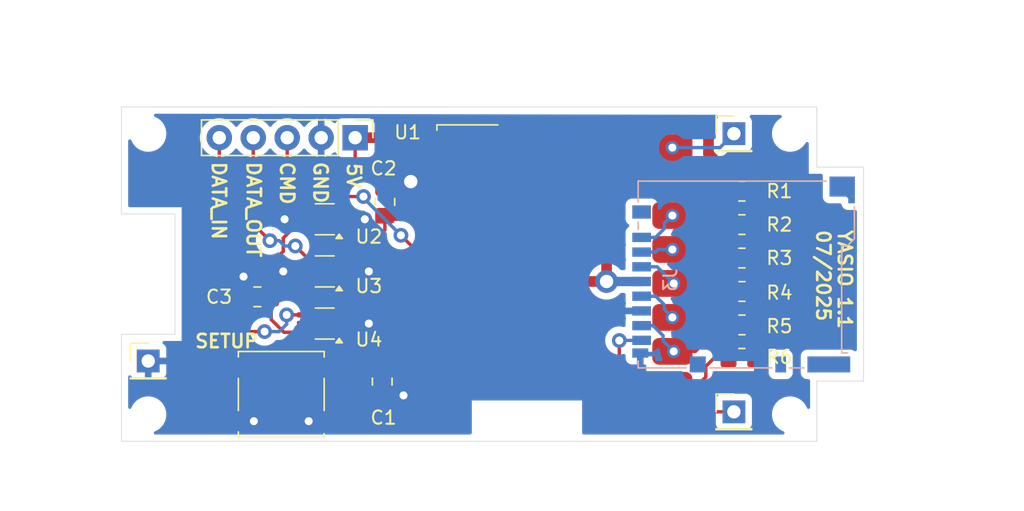
<source format=kicad_pcb>
(kicad_pcb (version 20241229) (generator "pcbnew") (generator_version "9.0")
  (layers (0 "F.Cu" signal) (2 "B.Cu" signal) (13 "F.Paste" user) (15 "B.Paste" user) (5 "F.SilkS" user "F.Silkscreen") (7 "B.SilkS" user "B.Silkscreen") (1 "F.Mask" user) (3 "B.Mask" user) (25 "Edge.Cuts" user))
  (net 0 "")
  (net 1 "+5V")
  (net 2 "Net-(J2-Pin_1)")
  (net 3 "Net-(J4-Pin_1)")
  (net 4 "GND")
  (net 7 "SETUP_EN")
  (net 8 "/5V_DATA_IN")
  (net 9 "/5V_CMD")
  (net 10 "/5V_DATA_OUT")
  (net 11 "CLK")
  (net 12 "DAT2")
  (net 13 "+3.3V")
  (net 14 "DAT1")
  (net 15 "DAT0")
  (net 16 "DAT3")
  (net 17 "CMD")
  (net 18 "SIO_DATA_IN")
  (net 19 "SIO_DATA_OUT")
  (net 20 "SIO_CMD")
  (footprint "Resistor_SMD:R_0805_2012Metric_Pad1.20x1.40mm_HandSolder" (layer "F.Cu") (at 146.4 116.3)
    (property "Reference" "R5" (at 2.8 0.1 0) (layer "F.SilkS"))
    (property "Value" "10k")
    (fp_line (start -0.227064 -0.735) (end 0.227064 -0.735) (stroke (width 0.12)) (layer "F.SilkS"))
    (fp_line (start -0.227064 0.735) (end 0.227064 0.735) (stroke (width 0.12)) (layer "F.SilkS"))
    (pad "1" smd roundrect (at -1 0) (size 1.2 1.4) (layers "F.Cu" "F.Mask" "F.Paste") (roundrect_rratio 0.208333) (net 15 "DAT0"))
    (pad "2" smd roundrect (at 1 0) (size 1.2 1.4) (layers "F.Cu" "F.Mask" "F.Paste") (roundrect_rratio 0.208333) (net 13 "+3.3V"))
  )
  (footprint "Package_TO_SOT_SMD:SOT-363_SC-70-6_Handsoldering" (layer "F.Cu") (at 115.2 108.4 180)
    (property "Reference" "U2" (at -3.3 -1.3 0) (layer "F.SilkS"))
    (property "Value" "74LVC1T45DW")
    (fp_line (start -0.7 1.16) (end 0.7 1.16) (stroke (width 0.12)) (layer "F.SilkS"))
    (fp_line (start -0.71 -1.16) (end 0.7 -1.16) (stroke (width 0.12)) (layer "F.SilkS"))
    (fp_poly (pts (xy -1.08 -1.11) (xy -1.32 -1.44) (xy -0.84 -1.44) (xy -1.08 -1.11)) (stroke (width 0.12)) (fill yes) (layer "F.SilkS"))
    (pad "1" smd roundrect (at -1.33 -0.65 180) (size 1.5 0.4) (layers "F.Cu" "F.Mask" "F.Paste") (net 13 "+3.3V"))
    (pad "2" smd roundrect (at -1.33 0 180) (size 1.5 0.4) (layers "F.Cu" "F.Mask" "F.Paste") (net 4 "GND"))
    (pad "3" smd roundrect (at -1.33 0.65 180) (size 1.5 0.4) (layers "F.Cu" "F.Mask" "F.Paste") (net 20 "SIO_CMD"))
    (pad "4" smd roundrect (at 1.33 0.65 180) (size 1.5 0.4) (layers "F.Cu" "F.Mask" "F.Paste") (net 9 "/5V_CMD"))
    (pad "5" smd roundrect (at 1.33 0 180) (size 1.5 0.4) (layers "F.Cu" "F.Mask" "F.Paste") (net 4 "GND"))
    (pad "6" smd roundrect (at 1.33 -0.65 180) (size 1.5 0.4) (layers "F.Cu" "F.Mask" "F.Paste") (net 1 "+5V"))
  )
  (footprint "Fiducial:Fiducial_0.75mm_Mask1.5mm" (layer "F.Cu") (at 105.6 115.7)
    (property "Reference" "FID3" (hide yes))
    (property "Value" "Fiducial")
    (pad "" smd circle (at 0 0) (size 0.75 0.75) (layers "F.Cu" "F.Mask") (clearance 0.375))
  )
  (footprint "Resistor_SMD:R_0805_2012Metric_Pad1.20x1.40mm_HandSolder" (layer "F.Cu") (at 146.4 106.3)
    (property "Reference" "R1" (at 2.8 0 0) (layer "F.SilkS"))
    (property "Value" "10k")
    (fp_line (start -0.227064 -0.735) (end 0.227064 -0.735) (stroke (width 0.12)) (layer "F.SilkS"))
    (fp_line (start -0.227064 0.735) (end 0.227064 0.735) (stroke (width 0.12)) (layer "F.SilkS"))
    (pad "1" smd roundrect (at -1 0) (size 1.2 1.4) (layers "F.Cu" "F.Mask" "F.Paste") (roundrect_rratio 0.208333) (net 12 "DAT2"))
    (pad "2" smd roundrect (at 1 0) (size 1.2 1.4) (layers "F.Cu" "F.Mask" "F.Paste") (roundrect_rratio 0.208333) (net 13 "+3.3V"))
  )
  (footprint "Connector_PinHeader_2.54mm:PinHeader_1x01_P2.54mm_Vertical" (layer "F.Cu") (at 145.8 122.8)
    (property "Reference" "J2" (hide yes))
    (property "Value" "Conn_01x01")
    (fp_line (start -1.33 -1.33) (end 0 -1.33) (stroke (width 0.12)) (layer "F.SilkS"))
    (fp_line (start -1.33 0) (end -1.33 -1.33) (stroke (width 0.12)) (layer "F.SilkS"))
    (fp_line (start -1.33 1.27) (end -1.33 1.33) (stroke (width 0.12)) (layer "F.SilkS"))
    (fp_line (start -1.33 1.27) (end 1.33 1.27) (stroke (width 0.12)) (layer "F.SilkS"))
    (fp_line (start -1.33 1.33) (end 1.33 1.33) (stroke (width 0.12)) (layer "F.SilkS"))
    (fp_line (start 1.33 1.27) (end 1.33 1.33) (stroke (width 0.12)) (layer "F.SilkS"))
    (pad "1" thru_hole rect (at 0 0) (size 1.7 1.7) (drill 1) (layers "*.Cu" "*.Mask") (net 2 "Net-(J2-Pin_1)"))
  )
  (footprint "MountingHole:MountingHole_2.2mm_M2" (layer "F.Cu") (at 150 102)
    (property "Reference" "H2" (hide yes))
    (property "Value" "MountingHole" (hide yes))
    (pad "" np_thru_hole circle (at 0 0) (size 2.2 2.2) (drill 2.2) (layers "*.Cu" "*.Mask"))
  )
  (footprint "Miscellaneous:ESP32-S3-Zero" (layer "F.Cu") (at 132.7 113.2)
    (property "Reference" "U1" (at -11.3 -11.3 0) (layer "F.SilkS"))
    (property "Value" "ESP32-S3-Zero")
    (fp_line (start -9.11 -11.86) (end -9.11 -11.46) (stroke (width 0.12)) (layer "F.SilkS"))
    (fp_line (start -9.11 -11.86) (end -4.55 -11.86) (stroke (width 0.12)) (layer "F.SilkS"))
    (pad "1" smd roundrect (at -8.5 -10.16) (size 3 2) (layers "F.Cu" "F.Mask" "F.Paste") (net 1 "+5V"))
    (pad "2" smd roundrect (at -8.5 -7.62) (size 3 2) (layers "F.Cu" "F.Mask" "F.Paste") (net 4 "GND"))
    (pad "3" smd roundrect (at -8.5 -5.08) (size 3 2) (layers "F.Cu" "F.Mask" "F.Paste") (net 13 "+3.3V"))
    (pad "4" smd roundrect (at -8.5 -2.54) (size 3 2) (layers "F.Cu" "F.Mask" "F.Paste") (net 20 "SIO_CMD"))
    (pad "5" smd roundrect (at -8.5 0) (size 3 2) (layers "F.Cu" "F.Mask" "F.Paste") (net 19 "SIO_DATA_OUT"))
    (pad "6" smd roundrect (at -8.5 2.54) (size 3 2) (layers "F.Cu" "F.Mask" "F.Paste") (net 18 "SIO_DATA_IN"))
    (pad "7" smd roundrect (at -8.5 5.08) (size 3 2) (layers "F.Cu" "F.Mask" "F.Paste") (net 7 "SETUP_EN"))
    (pad "8" smd roundrect (at -8.5 7.62) (size 3 2) (layers "F.Cu" "F.Mask" "F.Paste"))
    (pad "9" smd roundrect (at -8.5 10.16) (size 3 2) (layers "F.Cu" "F.Mask" "F.Paste"))
    (pad "10" smd roundrect (at 8.5 10.16) (size 3 2) (layers "F.Cu" "F.Mask" "F.Paste") (net 2 "Net-(J2-Pin_1)"))
    (pad "11" smd roundrect (at 8.5 7.62) (size 3 2) (layers "F.Cu" "F.Mask" "F.Paste") (net 14 "DAT1"))
    (pad "12" smd roundrect (at 8.5 5.08) (size 3 2) (layers "F.Cu" "F.Mask" "F.Paste") (net 15 "DAT0"))
    (pad "13" smd roundrect (at 8.5 2.54) (size 3 2) (layers "F.Cu" "F.Mask" "F.Paste") (net 11 "CLK"))
    (pad "14" smd roundrect (at 8.5 0) (size 3 2) (layers "F.Cu" "F.Mask" "F.Paste") (net 17 "CMD"))
    (pad "15" smd roundrect (at 8.5 -2.54) (size 3 2) (layers "F.Cu" "F.Mask" "F.Paste") (net 16 "DAT3"))
    (pad "16" smd roundrect (at 8.5 -5.08) (size 3 2) (layers "F.Cu" "F.Mask" "F.Paste") (net 12 "DAT2"))
    (pad "17" smd roundrect (at 8.5 -7.62) (size 3 2) (layers "F.Cu" "F.Mask" "F.Paste"))
    (pad "18" smd roundrect (at 8.5 -10.16) (size 3 2) (layers "F.Cu" "F.Mask" "F.Paste") (net 3 "Net-(J4-Pin_1)"))
    (zone (net 0) (net_name "") (layers "F.Cu" "B.Cu" "Cmts.User") (connect_pads (clearance 0)) (min_thickness 0.25)
      (keepout (tracks not_allowed) (vias not_allowed) (pads not_allowed) (copperpour not_allowed) (footprints not_allowed))
      (fill (thermal_gap 0.5) (thermal_bridge_width 0.5))
      (polygon (pts (xy 126.2 121.95) (xy 126.2 124.95) (xy 134.45 124.95) (xy 134.45 121.95)))
    )
  )
  (footprint "Resistor_SMD:R_0805_2012Metric_Pad1.20x1.40mm_HandSolder" (layer "F.Cu") (at 146.4 118.8)
    (property "Reference" "R6" (at 2.8 -0.1 0) (layer "F.SilkS"))
    (property "Value" "10k")
    (fp_line (start -0.227064 -0.735) (end 0.227064 -0.735) (stroke (width 0.12)) (layer "F.SilkS"))
    (fp_line (start -0.227064 0.735) (end 0.227064 0.735) (stroke (width 0.12)) (layer "F.SilkS"))
    (pad "1" smd roundrect (at -1 0) (size 1.2 1.4) (layers "F.Cu" "F.Mask" "F.Paste") (roundrect_rratio 0.208333) (net 14 "DAT1"))
    (pad "2" smd roundrect (at 1 0) (size 1.2 1.4) (layers "F.Cu" "F.Mask" "F.Paste") (roundrect_rratio 0.208333) (net 13 "+3.3V"))
  )
  (footprint "Resistor_SMD:R_0805_2012Metric_Pad1.20x1.40mm_HandSolder" (layer "F.Cu") (at 146.4 113.8)
    (property "Reference" "R4" (at 2.8 0.1 0) (layer "F.SilkS"))
    (property "Value" "10k")
    (fp_line (start -0.227064 -0.735) (end 0.227064 -0.735) (stroke (width 0.12)) (layer "F.SilkS"))
    (fp_line (start -0.227064 0.735) (end 0.227064 0.735) (stroke (width 0.12)) (layer "F.SilkS"))
    (pad "1" smd roundrect (at -1 0) (size 1.2 1.4) (layers "F.Cu" "F.Mask" "F.Paste") (roundrect_rratio 0.208333) (net 11 "CLK"))
    (pad "2" smd roundrect (at 1 0) (size 1.2 1.4) (layers "F.Cu" "F.Mask" "F.Paste") (roundrect_rratio 0.208333) (net 13 "+3.3V"))
  )
  (footprint "MountingHole:MountingHole_2.2mm_M2" (layer "F.Cu") (at 102 123)
    (property "Reference" "H3" (hide yes))
    (property "Value" "MountingHole" (hide yes))
    (pad "" np_thru_hole circle (at 0 0) (size 2.2 2.2) (drill 2.2) (layers "*.Cu" "*.Mask"))
  )
  (footprint "Package_TO_SOT_SMD:SOT-363_SC-70-6_Handsoldering" (layer "F.Cu") (at 115.2 116.2 180)
    (property "Reference" "U4" (at -3.3 -1.2 0) (layer "F.SilkS"))
    (property "Value" "74LVC1T45DW")
    (fp_line (start -0.7 1.16) (end 0.7 1.16) (stroke (width 0.12)) (layer "F.SilkS"))
    (fp_line (start -0.71 -1.16) (end 0.7 -1.16) (stroke (width 0.12)) (layer "F.SilkS"))
    (fp_poly (pts (xy -1.08 -1.11) (xy -1.32 -1.44) (xy -0.84 -1.44) (xy -1.08 -1.11)) (stroke (width 0.12)) (fill yes) (layer "F.SilkS"))
    (pad "1" smd roundrect (at -1.33 -0.65 180) (size 1.5 0.4) (layers "F.Cu" "F.Mask" "F.Paste") (net 13 "+3.3V"))
    (pad "2" smd roundrect (at -1.33 0 180) (size 1.5 0.4) (layers "F.Cu" "F.Mask" "F.Paste") (net 4 "GND"))
    (pad "3" smd roundrect (at -1.33 0.65 180) (size 1.5 0.4) (layers "F.Cu" "F.Mask" "F.Paste") (net 18 "SIO_DATA_IN"))
    (pad "4" smd roundrect (at 1.33 0.65 180) (size 1.5 0.4) (layers "F.Cu" "F.Mask" "F.Paste") (net 8 "/5V_DATA_IN"))
    (pad "5" smd roundrect (at 1.33 0 180) (size 1.5 0.4) (layers "F.Cu" "F.Mask" "F.Paste") (net 13 "+3.3V"))
    (pad "6" smd roundrect (at 1.33 -0.65 180) (size 1.5 0.4) (layers "F.Cu" "F.Mask" "F.Paste") (net 1 "+5V"))
  )
  (footprint "Package_TO_SOT_SMD:SOT-363_SC-70-6_Handsoldering" (layer "F.Cu") (at 115.2 112.3 180)
    (property "Reference" "U3" (at -3.3 -1.1 0) (layer "F.SilkS"))
    (property "Value" "74LVC1T45DW")
    (fp_line (start -0.7 1.16) (end 0.7 1.16) (stroke (width 0.12)) (layer "F.SilkS"))
    (fp_line (start -0.71 -1.16) (end 0.7 -1.16) (stroke (width 0.12)) (layer "F.SilkS"))
    (fp_poly (pts (xy -1.08 -1.11) (xy -1.32 -1.44) (xy -0.84 -1.44) (xy -1.08 -1.11)) (stroke (width 0.12)) (fill yes) (layer "F.SilkS"))
    (pad "1" smd roundrect (at -1.33 -0.65 180) (size 1.5 0.4) (layers "F.Cu" "F.Mask" "F.Paste") (net 13 "+3.3V"))
    (pad "2" smd roundrect (at -1.33 0 180) (size 1.5 0.4) (layers "F.Cu" "F.Mask" "F.Paste") (net 4 "GND"))
    (pad "3" smd roundrect (at -1.33 0.65 180) (size 1.5 0.4) (layers "F.Cu" "F.Mask" "F.Paste") (net 19 "SIO_DATA_OUT"))
    (pad "4" smd roundrect (at 1.33 0.65 180) (size 1.5 0.4) (layers "F.Cu" "F.Mask" "F.Paste") (net 10 "/5V_DATA_OUT"))
    (pad "5" smd roundrect (at 1.33 0 180) (size 1.5 0.4) (layers "F.Cu" "F.Mask" "F.Paste") (net 4 "GND"))
    (pad "6" smd roundrect (at 1.33 -0.65 180) (size 1.5 0.4) (layers "F.Cu" "F.Mask" "F.Paste") (net 1 "+5V"))
  )
  (footprint "Capacitor_SMD:C_0805_2012Metric_Pad1.18x1.45mm_HandSolder" (layer "F.Cu") (at 119.5 120.5375 -90)
    (property "Reference" "C1" (at 2.7 -0.1 180) (layer "F.SilkS"))
    (property "Value" "10nF")
    (fp_line (start -0.261252 0.735) (end 0.261252 0.735) (stroke (width 0.12)) (layer "F.SilkS"))
    (fp_line (start -0.261252 -0.735) (end 0.261252 -0.735) (stroke (width 0.12)) (layer "F.SilkS"))
    (pad "1" smd roundrect (at -1.0375 0 270) (size 1.175 1.45) (layers "F.Cu" "F.Mask" "F.Paste") (roundrect_rratio 0.212766) (net 7 "SETUP_EN"))
    (pad "2" smd roundrect (at 1.0375 0 270) (size 1.175 1.45) (layers "F.Cu" "F.Mask" "F.Paste") (roundrect_rratio 0.212766) (net 4 "GND"))
  )
  (footprint "Fiducial:Fiducial_0.75mm_Mask1.5mm" (layer "F.Cu") (at 151.3 107.7)
    (property "Reference" "FID2" (hide yes))
    (property "Value" "Fiducial")
    (pad "" smd circle (at 0 0) (size 0.75 0.75) (layers "F.Cu" "F.Mask") (clearance 0.375))
  )
  (footprint "Connector_PinHeader_2.54mm:PinHeader_1x01_P2.54mm_Vertical" (layer "F.Cu") (at 102 119)
    (property "Reference" "J5" (hide yes))
    (property "Value" "Conn_01x01")
    (fp_line (start -1.33 -1.33) (end 0 -1.33) (stroke (width 0.12)) (layer "F.SilkS"))
    (fp_line (start -1.33 0) (end -1.33 -1.33) (stroke (width 0.12)) (layer "F.SilkS"))
    (fp_line (start -1.33 1.27) (end -1.33 1.33) (stroke (width 0.12)) (layer "F.SilkS"))
    (fp_line (start -1.33 1.27) (end 1.33 1.27) (stroke (width 0.12)) (layer "F.SilkS"))
    (fp_line (start -1.33 1.33) (end 1.33 1.33) (stroke (width 0.12)) (layer "F.SilkS"))
    (fp_line (start 1.33 1.27) (end 1.33 1.33) (stroke (width 0.12)) (layer "F.SilkS"))
    (pad "1" thru_hole rect (at 0 0) (size 1.7 1.7) (drill 1) (layers "*.Cu" "*.Mask") (net 4 "GND"))
  )
  (footprint "MountingHole:MountingHole_2.2mm_M2" (layer "F.Cu") (at 102 102)
    (property "Reference" "H1" (hide yes))
    (property "Value" "MountingHole" (hide yes))
    (pad "" np_thru_hole circle (at 0 0) (size 2.2 2.2) (drill 2.2) (layers "*.Cu" "*.Mask"))
  )
  (footprint "Resistor_SMD:R_0805_2012Metric_Pad1.20x1.40mm_HandSolder" (layer "F.Cu") (at 146.4 111.3)
    (property "Reference" "R3" (at 2.8 0 0) (layer "F.SilkS"))
    (property "Value" "10k")
    (fp_line (start -0.227064 -0.735) (end 0.227064 -0.735) (stroke (width 0.12)) (layer "F.SilkS"))
    (fp_line (start -0.227064 0.735) (end 0.227064 0.735) (stroke (width 0.12)) (layer "F.SilkS"))
    (pad "1" smd roundrect (at -1 0) (size 1.2 1.4) (layers "F.Cu" "F.Mask" "F.Paste") (roundrect_rratio 0.208333) (net 17 "CMD"))
    (pad "2" smd roundrect (at 1 0) (size 1.2 1.4) (layers "F.Cu" "F.Mask" "F.Paste") (roundrect_rratio 0.208333) (net 13 "+3.3V"))
  )
  (footprint "Capacitor_SMD:C_0805_2012Metric_Pad1.18x1.45mm_HandSolder" (layer "F.Cu") (at 119.7 107.1 90)
    (property "Reference" "C2" (at 2.5 -0.1 0) (layer "F.SilkS"))
    (property "Value" "100nF")
    (fp_line (start -0.261252 -0.735) (end 0.261252 -0.735) (stroke (width 0.12)) (layer "F.SilkS"))
    (fp_line (start -0.261252 0.735) (end 0.261252 0.735) (stroke (width 0.12)) (layer "F.SilkS"))
    (pad "1" smd roundrect (at -1.0375 0 90) (size 1.175 1.45) (layers "F.Cu" "F.Mask" "F.Paste") (roundrect_rratio 0.212766) (net 13 "+3.3V"))
    (pad "2" smd roundrect (at 1.0375 0 90) (size 1.175 1.45) (layers "F.Cu" "F.Mask" "F.Paste") (roundrect_rratio 0.212766) (net 4 "GND"))
  )
  (footprint "Resistor_SMD:R_0805_2012Metric_Pad1.20x1.40mm_HandSolder" (layer "F.Cu") (at 146.4 108.8)
    (property "Reference" "R2" (at 2.8 0 0) (layer "F.SilkS"))
    (property "Value" "10k")
    (fp_line (start -0.227064 -0.735) (end 0.227064 -0.735) (stroke (width 0.12)) (layer "F.SilkS"))
    (fp_line (start -0.227064 0.735) (end 0.227064 0.735) (stroke (width 0.12)) (layer "F.SilkS"))
    (pad "1" smd roundrect (at -1 0) (size 1.2 1.4) (layers "F.Cu" "F.Mask" "F.Paste") (roundrect_rratio 0.208333) (net 16 "DAT3"))
    (pad "2" smd roundrect (at 1 0) (size 1.2 1.4) (layers "F.Cu" "F.Mask" "F.Paste") (roundrect_rratio 0.208333) (net 13 "+3.3V"))
  )
  (footprint "Connector_PinHeader_2.54mm:PinHeader_1x05_P2.54mm_Vertical" (layer "F.Cu") (at 117.475 102.3 -90)
    (property "Reference" "J1" (hide yes))
    (property "Value" "SIO")
    (fp_line (start -1.33 11.49) (end 1.33 11.49) (stroke (width 0.12)) (layer "F.SilkS"))
    (fp_line (start -1.33 1.27) (end -1.33 11.49) (stroke (width 0.12)) (layer "F.SilkS"))
    (fp_line (start -1.33 1.27) (end 1.33 1.27) (stroke (width 0.12)) (layer "F.SilkS"))
    (fp_line (start 1.33 1.27) (end 1.33 11.49) (stroke (width 0.12)) (layer "F.SilkS"))
    (fp_line (start -1.33 0) (end -1.33 -1.33) (stroke (width 0.12)) (layer "F.SilkS"))
    (fp_line (start -1.33 -1.33) (end 0 -1.33) (stroke (width 0.12)) (layer "F.SilkS"))
    (pad "1" thru_hole rect (at 0 0 270) (size 1.9 1.9) (drill 1) (layers "*.Cu" "*.Mask") (net 1 "+5V"))
    (pad "2" thru_hole oval (at 0 2.54 270) (size 1.9 1.9) (drill 1) (layers "*.Cu" "*.Mask") (net 4 "GND"))
    (pad "3" thru_hole oval (at 0 5.08 270) (size 1.9 1.9) (drill 1) (layers "*.Cu" "*.Mask") (net 9 "/5V_CMD"))
    (pad "4" thru_hole oval (at 0 7.62 270) (size 1.9 1.9) (drill 1) (layers "*.Cu" "*.Mask") (net 10 "/5V_DATA_OUT"))
    (pad "5" thru_hole oval (at 0 10.16 270) (size 1.9 1.9) (drill 1) (layers "*.Cu" "*.Mask") (net 8 "/5V_DATA_IN"))
  )
  (footprint "Connector_PinHeader_2.54mm:PinHeader_1x01_P2.54mm_Vertical" (layer "F.Cu") (at 145.8 102)
    (property "Reference" "J4" (hide yes))
    (property "Value" "Conn_01x01")
    (fp_line (start -1.33 -1.33) (end 0 -1.33) (stroke (width 0.12)) (layer "F.SilkS"))
    (fp_line (start -1.33 0) (end -1.33 -1.33) (stroke (width 0.12)) (layer "F.SilkS"))
    (fp_line (start -1.33 1.27) (end -1.33 1.33) (stroke (width 0.12)) (layer "F.SilkS"))
    (fp_line (start -1.33 1.27) (end 1.33 1.27) (stroke (width 0.12)) (layer "F.SilkS"))
    (fp_line (start -1.33 1.33) (end 1.33 1.33) (stroke (width 0.12)) (layer "F.SilkS"))
    (fp_line (start 1.33 1.27) (end 1.33 1.33) (stroke (width 0.12)) (layer "F.SilkS"))
    (pad "1" thru_hole rect (at 0 0) (size 1.7 1.7) (drill 1) (layers "*.Cu" "*.Mask") (net 3 "Net-(J4-Pin_1)"))
  )
  (footprint "Miscellaneous:SW_Push_1P1T_NO_CK_KSC9xxGxxx" (layer "F.Cu") (at 111.95 121.5)
    (property "Reference" "SW1" (hide yes))
    (property "Value" "SETUP_EN")
    (fp_line (start -3.21 -3.21) (end -3.21 -2.8) (stroke (width 0.12)) (layer "F.SilkS"))
    (fp_line (start -3.21 -1.2) (end -3.21 1.2) (stroke (width 0.12)) (layer "F.SilkS"))
    (fp_line (start -3.21 2.8) (end -3.21 3.21) (stroke (width 0.12)) (layer "F.SilkS"))
    (fp_line (start -3.21 3.21) (end 3.21 3.21) (stroke (width 0.12)) (layer "F.SilkS"))
    (fp_line (start 3.21 -3.21) (end -3.21 -3.21) (stroke (width 0.12)) (layer "F.SilkS"))
    (fp_line (start 3.21 -2.8) (end 3.21 -3.21) (stroke (width 0.12)) (layer "F.SilkS"))
    (fp_line (start 3.21 1.2) (end 3.21 -1.2) (stroke (width 0.12)) (layer "F.SilkS"))
    (fp_line (start 3.21 3.21) (end 3.21 2.93) (stroke (width 0.12)) (layer "F.SilkS"))
    (pad "1" smd roundrect (at -4.45 -2) (size 3.1 1) (layers "F.Cu" "F.Mask" "F.Paste") (net 7 "SETUP_EN"))
    (pad "1" smd roundrect (at 4.45 -2) (size 3.1 1) (layers "F.Cu" "F.Mask" "F.Paste") (net 7 "SETUP_EN"))
    (pad "2" smd roundrect (at -4.45 2) (size 3.1 1) (layers "F.Cu" "F.Mask" "F.Paste") (net 4 "GND"))
    (pad "2" smd roundrect (at 4.45 2) (size 3.1 1) (layers "F.Cu" "F.Mask" "F.Paste") (net 4 "GND"))
  )
  (footprint "Capacitor_SMD:C_0805_2012Metric_Pad1.18x1.45mm_HandSolder" (layer "F.Cu") (at 110.1625 114.2 180)
    (property "Reference" "C3" (at 2.8625 0 0) (layer "F.SilkS"))
    (property "Value" "100nF")
    (fp_line (start -0.261252 0.735) (end 0.261252 0.735) (stroke (width 0.12)) (layer "F.SilkS"))
    (fp_line (start -0.261252 -0.735) (end 0.261252 -0.735) (stroke (width 0.12)) (layer "F.SilkS"))
    (pad "1" smd roundrect (at -1.0375 0 180) (size 1.175 1.45) (layers "F.Cu" "F.Mask" "F.Paste") (roundrect_rratio 0.212766) (net 1 "+5V"))
    (pad "2" smd roundrect (at 1.0375 0 180) (size 1.175 1.45) (layers "F.Cu" "F.Mask" "F.Paste") (roundrect_rratio 0.212766) (net 4 "GND"))
  )
  (footprint "MountingHole:MountingHole_2.2mm_M2" (layer "F.Cu") (at 150 123)
    (property "Reference" "H4" (hide yes))
    (property "Value" "MountingHole" (hide yes))
    (pad "" np_thru_hole circle (at 0 0) (size 2.2 2.2) (drill 2.2) (layers "*.Cu" "*.Mask"))
  )
  (footprint "Fiducial:Fiducial_0.75mm_Mask1.5mm" (layer "F.Cu") (at 151.3 117)
    (property "Reference" "FID1" (hide yes))
    (property "Value" "Fiducial")
    (pad "" smd circle (at 0 0) (size 0.75 0.75) (layers "F.Cu" "F.Mask") (clearance 0.375))
  )
  (footprint "Connector_Card:microSD_HC_Hirose_DM3BT-DSF-PEJS" (layer "B.Cu") (at 146.525 112.53 -90)
    (property "Reference" "J3" (at 0.425 5.475 90) (layer "B.SilkS") (effects (justify mirror)))
    (property "Value" "Micro_SD_Card")
    (fp_line (start -5.425 7.885) (end -6.985 7.885) (stroke (width 0.12)) (layer "B.SilkS"))
    (fp_line (start -3.925 7.885) (end -3.375 7.885) (stroke (width 0.12)) (layer "B.SilkS"))
    (fp_line (start 6.985 7.885) (end 6.475 7.885) (stroke (width 0.12)) (layer "B.SilkS"))
    (fp_line (start 6.985 4.275) (end 6.985 7.885) (stroke (width 0.12)) (layer "B.SilkS"))
    (fp_line (start 6.985 -2.125) (end 6.985 2.575) (stroke (width 0.12)) (layer "B.SilkS"))
    (fp_line (start 6.985 -4.525) (end 6.985 -3.425) (stroke (width 0.12)) (layer "B.SilkS"))
    (fp_line (start -6.985 -6.175) (end -6.985 7.885) (stroke (width 0.12)) (layer "B.SilkS"))
    (fp_line (start -2.165 -7.335) (end 5.865 -7.335) (stroke (width 0.12)) (layer "B.SilkS"))
    (fp_line (start -2.165 -7.785) (end -2.165 -7.335) (stroke (width 0.12)) (layer "B.SilkS"))
    (fp_line (start -2.165 -7.785) (end -2.665 -8.275) (stroke (width 0.12)) (layer "B.SilkS"))
    (fp_line (start 5.865 -7.785) (end 5.865 -7.335) (stroke (width 0.12)) (layer "B.SilkS"))
    (fp_line (start -2.675 -8.285) (end -5.075 -8.285) (stroke (width 0.12)) (layer "B.SilkS"))
    (pad "1" smd rect (at -2.775 7.625 270) (size 0.7 1.4) (layers "B.Cu" "B.Mask" "B.Paste") (net 12 "DAT2"))
    (pad "2" smd rect (at -1.675 7.625 270) (size 0.7 1.4) (layers "B.Cu" "B.Mask" "B.Paste") (net 16 "DAT3"))
    (pad "3" smd rect (at -0.575 7.625 270) (size 0.7 1.4) (layers "B.Cu" "B.Mask" "B.Paste") (net 17 "CMD"))
    (pad "4" smd rect (at 0.525 7.625 270) (size 0.7 1.4) (layers "B.Cu" "B.Mask" "B.Paste") (net 13 "+3.3V"))
    (pad "5" smd rect (at 1.625 7.625 270) (size 0.7 1.4) (layers "B.Cu" "B.Mask" "B.Paste") (net 11 "CLK"))
    (pad "6" smd rect (at 2.725 7.625 270) (size 0.7 1.4) (layers "B.Cu" "B.Mask" "B.Paste") (net 4 "GND"))
    (pad "7" smd rect (at 3.825 7.625 270) (size 0.7 1.4) (layers "B.Cu" "B.Mask" "B.Paste") (net 15 "DAT0"))
    (pad "8" smd rect (at 4.925 7.625 270) (size 0.7 1.4) (layers "B.Cu" "B.Mask" "B.Paste") (net 14 "DAT1"))
    (pad "9" smd rect (at 5.875 7.725 270) (size 0.7 1.2) (layers "B.Cu" "B.Mask" "B.Paste") (net 4 "GND"))
    (pad "10" smd rect (at 6.725 -2.775 270) (size 1.2 0.8) (layers "B.Cu" "B.Mask" "B.Paste"))
    (pad "11" smd rect (at -6.575 -7.375 270) (size 1.5 1.9) (layers "B.Cu" "B.Mask" "B.Paste"))
    (pad "11" smd rect (at -5.825 -7.825 225) (size 0.2 0.2) (layers "B.Cu" "B.Mask" "B.Paste"))
    (pad "11" smd rect (at -5.575 -8.075 270) (size 0.5 0.5) (layers "B.Cu" "B.Mask" "B.Paste"))
    (pad "11" smd rect (at -4.675 7.625 270) (size 1 1.4) (layers "B.Cu" "B.Mask" "B.Paste"))
    (pad "11" smd rect (at 6.725 -6.375 270) (size 1.2 3.2) (layers "B.Cu" "B.Mask" "B.Paste"))
    (pad "11" smd rect (at 6.725 3.425 270) (size 1.2 1.2) (layers "B.Cu" "B.Mask" "B.Paste"))
    (zone (net 0) (net_name "") (layer "B.Cu") (connect_pads (clearance 0)) (min_thickness 0.254)
      (keepout (tracks not_allowed) (vias not_allowed) (pads not_allowed) (copperpour not_allowed) (footprints not_allowed))
      (fill (thermal_gap 0.508) (thermal_bridge_width 0.508))
      (polygon (pts (xy 142.5 119.005) (xy 142.5 119.755) (xy 139.25 119.755) (xy 139.25 119.005)))
    )
    (zone (net 0) (net_name "") (layer "B.Cu") (connect_pads (clearance 0)) (min_thickness 0.254)
      (keepout (tracks not_allowed) (vias not_allowed) (pads not_allowed) (copperpour not_allowed) (footprints not_allowed))
      (fill (thermal_gap 0.508) (thermal_bridge_width 0.508))
      (polygon (pts (xy 147.3 119.005) (xy 147.3 119.755) (xy 143.7 119.755) (xy 143.7 119.005)))
    )
  )
  (gr_poly (pts (xy 100 100) (xy 152 100) (xy 152 104.5) (xy 155.5 104.5) (xy 155.5 120.5) (xy 152 120.5) (xy 152 125) (xy 100 125) (xy 100 117) (xy 104 117) (xy 104 108) (xy 100 108)) (stroke (width 0.05)) (fill no) (layer "Edge.Cuts"))
  (gr_text "YASIO 1.1\n07/2025" (at 151.9 109.1 270) (layer "F.SilkS") (effects (font (size 1 1) (thickness 0.2) (bold yes)) (justify left bottom)))
  (gr_text "5V" (at 116.8 104.1 270) (layer "F.SilkS") (effects (font (size 1 1) (thickness 0.2) (bold yes)) (justify left bottom)))
  (gr_text "CMD" (at 111.8 104 270) (layer "F.SilkS") (effects (font (size 1 1) (thickness 0.2) (bold yes)) (justify left bottom)))
  (gr_text "DATA_IN" (at 106.7 104 -90) (layer "F.SilkS") (effects (font (size 1 1) (thickness 0.2) (bold yes)) (justify left bottom)))
  (gr_text "DATA_OUT" (at 109.3 104 -90) (layer "F.SilkS") (effects (font (size 1 1) (thickness 0.2) (bold yes)) (justify left bottom)))
  (gr_text "SETUP" (at 105.4 118.1 0) (layer "F.SilkS") (effects (font (size 1 1) (thickness 0.2) (bold yes)) (justify left bottom)))
  (gr_text "GND" (at 114.3 104 270) (layer "F.SilkS") (effects (font (size 1 1) (thickness 0.2) (bold yes)) (justify left bottom)))
  (segment (start 121.74 103.04) (end 121 102.3) (width 0.8) (layer "F.Cu") (net 1))
  (segment (start 121 102.3) (end 117.475 102.3) (width 0.8) (layer "F.Cu") (net 1))
  (segment (start 117.475 104.325) (end 115.2 106.6) (width 0.254) (layer "F.Cu") (net 1))
  (segment (start 112.4 113.5) (end 112.4 114) (width 0.254) (layer "F.Cu") (net 1))
  (segment (start 112.85 109.05) (end 112.1 109.8) (width 0.254) (layer "F.Cu") (net 1))
  (segment (start 112.4 114) (end 112.2 114.2) (width 0.254) (layer "F.Cu") (net 1))
  (segment (start 124.2 103.04) (end 121.74 103.04) (width 0.8) (layer "F.Cu") (net 1))
  (segment (start 113.87 109.05) (end 112.85 109.05) (width 0.254) (layer "F.Cu") (net 1))
  (segment (start 112.1 109.8) (end 112.1 110.8) (width 0.254) (layer "F.Cu") (net 1))
  (segment (start 115.2 108.7) (end 114.85 109.05) (width 0.254) (layer "F.Cu") (net 1))
  (segment (start 115.2 106.6) (end 115.2 108.7) (width 0.254) (layer "F.Cu") (net 1))
  (segment (start 113.87 112.95) (end 112.95 112.95) (width 0.254) (layer "F.Cu") (net 1))
  (segment (start 111.2 111.7) (end 111.2 114.2) (width 0.254) (layer "F.Cu") (net 1))
  (segment (start 112.95 112.95) (end 112.4 113.5) (width 0.254) (layer "F.Cu") (net 1))
  (segment (start 111.2 115.9) (end 112.15 116.85) (width 0.254) (layer "F.Cu") (net 1))
  (segment (start 111.2 114.2) (end 111.2 115.9) (width 0.254) (layer "F.Cu") (net 1))
  (segment (start 117.475 102.3) (end 117.475 104.325) (width 0.254) (layer "F.Cu") (net 1))
  (segment (start 112.15 116.85) (end 113.87 116.85) (width 0.254) (layer "F.Cu") (net 1))
  (segment (start 112.1 110.8) (end 111.2 111.7) (width 0.254) (layer "F.Cu") (net 1))
  (segment (start 112.2 114.2) (end 111.2 114.2) (width 0.254) (layer "F.Cu") (net 1))
  (segment (start 114.85 109.05) (end 113.65 109.05) (width 0.254) (layer "F.Cu") (net 1))
  (segment (start 143.24 123.36) (end 143.8 122.8) (width 0.254) (layer "F.Cu") (net 2))
  (segment (start 141.2 123.36) (end 143.24 123.36) (width 0.254) (layer "F.Cu") (net 2))
  (segment (start 143.8 122.8) (end 145.8 122.8) (width 0.254) (layer "F.Cu") (net 2))
  (via (at 141.2 103.04) (size 1) (drill 0.6) (layers "F.Cu" "B.Cu") (net 3))
  (segment (start 144.76 103.04) (end 145.8 102) (width 0.254) (layer "B.Cu") (net 3))
  (segment (start 141.2 103.04) (end 144.76 103.04) (width 0.254) (layer "B.Cu") (net 3))
  (segment (start 119.5 121.575) (end 121.088488 121.575) (width 0.254) (layer "F.Cu") (net 4))
  (segment (start 116.15 108.4) (end 118.2 108.4) (width 0.254) (layer "F.Cu") (net 4))
  (segment (start 118.5 112.3) (end 116.15 112.3) (width 0.254) (layer "F.Cu") (net 4))
  (segment (start 109.125 114.2) (end 109.125 112.689318) (width 0.25) (layer "F.Cu") (net 4))
  (segment (start 120.179353 105.583147) (end 119.7 106.0625) (width 0.8) (layer "F.Cu") (net 4))
  (segment (start 118.5 116.2) (end 116.15 116.2) (width 0.254) (layer "F.Cu") (net 4))
  (segment (start 112.1 112.3) (end 114.25 112.3) (width 0.254) (layer "F.Cu") (net 4))
  (segment (start 116.4 123.5) (end 114 123.5) (width 0.254) (layer "F.Cu") (net 4))
  (segment (start 121.638876 105.58) (end 121.635729 105.583147) (width 0.8) (layer "F.Cu") (net 4))
  (segment (start 107.5 123.5) (end 109.9 123.5) (width 0.254) (layer "F.Cu") (net 4))
  (segment (start 124.2 105.58) (end 121.638876 105.58) (width 0.8) (layer "F.Cu") (net 4))
  (segment (start 121.088488 121.575) (end 121.090638 121.57285) (width 0.254) (layer "F.Cu") (net 4))
  (segment (start 114.25 108.4) (end 112.2 108.4) (width 0.254) (layer "F.Cu") (net 4))
  (segment (start 121.635729 105.583147) (end 120.179353 105.583147) (width 0.8) (layer "F.Cu") (net 4))
  (via (at 109.126898 112.68742) (size 1.1) (drill 0.6) (layers "F.Cu" "B.Cu") (net 4))
  (via (at 118.5 116.2) (size 1.1) (drill 0.6) (layers "F.Cu" "B.Cu") (net 4))
  (via (at 121.635729 105.583147) (size 1.7) (drill 1) (layers "F.Cu" "B.Cu") (net 4))
  (via (at 121.090638 121.57285) (size 1.1) (drill 0.6) (layers "F.Cu" "B.Cu") (net 4))
  (via (at 112.2 108.4) (size 1.1) (drill 0.6) (layers "F.Cu" "B.Cu") (net 4))
  (via (at 112.1 112.3) (size 1.1) (drill 0.6) (layers "F.Cu" "B.Cu") (net 4))
  (via (at 114 123.5) (size 1.1) (drill 0.6) (layers "F.Cu" "B.Cu") (net 4))
  (via (at 109.9 123.5) (size 1.1) (drill 0.6) (layers "F.Cu" "B.Cu") (net 4))
  (via (at 118.2 108.4) (size 1.1) (drill 0.6) (layers "F.Cu" "B.Cu") (net 4))
  (via (at 118.5 112.3) (size 1.1) (drill 0.6) (layers "F.Cu" "B.Cu") (net 4))
  (segment (start 107.5 119.5) (end 116.4 119.5) (width 0.254) (layer "F.Cu") (net 7))
  (segment (start 116.4 119.5) (end 119.5 119.5) (width 0.254) (layer "F.Cu") (net 7))
  (segment (start 119.5 119.5) (end 121.1 119.5) (width 0.254) (layer "F.Cu") (net 7))
  (segment (start 121.1 119.5) (end 122.32 118.28) (width 0.254) (layer "F.Cu") (net 7))
  (segment (start 122.32 118.28) (end 124.2 118.28) (width 0.254) (layer "F.Cu") (net 7))
  (segment (start 114.25 115.55) (end 113.55 115.55) (width 0.254) (layer "F.Cu") (net 8))
  (segment (start 108 116.8) (end 107.315 116.115) (width 0.254) (layer "F.Cu") (net 8))
  (segment (start 110.7 116.8) (end 108 116.8) (width 0.254) (layer "F.Cu") (net 8))
  (segment (start 107.315 116.115) (end 107.315 102.3) (width 0.254) (layer "F.Cu") (net 8))
  (segment (start 113.87 115.55) (end 112.353344 115.55) (width 0.254) (layer "F.Cu") (net 8))
  (via (at 112.353344 115.55) (size 1.1) (drill 0.6) (layers "F.Cu" "B.Cu") (net 8))
  (via (at 110.7 116.8) (size 1.1) (drill 0.6) (layers "F.Cu" "B.Cu") (net 8))
  (segment (start 111.8 116.8) (end 112.353344 116.246656) (width 0.254) (layer "B.Cu") (net 8))
  (segment (start 110.7 116.8) (end 111.8 116.8) (width 0.254) (layer "B.Cu") (net 8))
  (segment (start 112.353344 116.246656) (end 112.353344 115.55) (width 0.254) (layer "B.Cu") (net 8))
  (segment (start 113.87 107.75) (end 112.95 107.75) (width 0.254) (layer "F.Cu") (net 9))
  (segment (start 112.395 107.195) (end 112.395 106.595) (width 0.254) (layer "F.Cu") (net 9))
  (segment (start 112.95 107.75) (end 112.395 107.195) (width 0.254) (layer "F.Cu") (net 9))
  (segment (start 112.395 106.595) (end 112.395 102.3) (width 0.254) (layer "F.Cu") (net 9))
  (segment (start 113.87 111.65) (end 113.87 111.27) (width 0.254) (layer "F.Cu") (net 10))
  (segment (start 109.855 102.3) (end 109.855 108.755) (width 0.254) (layer "F.Cu") (net 10))
  (segment (start 113.87 111.27) (end 113 110.4) (width 0.254) (layer "F.Cu") (net 10))
  (segment (start 109.855 108.755) (end 111.1 110) (width 0.254) (layer "F.Cu") (net 10))
  (via (at 113 110.4) (size 1.1) (drill 0.6) (layers "F.Cu" "B.Cu") (net 10))
  (via (at 111.1 110) (size 1.1) (drill 0.6) (layers "F.Cu" "B.Cu") (net 10))
  (segment (start 111.1 110) (end 111.8 110) (width 0.254) (layer "B.Cu") (net 10))
  (segment (start 111.8 110) (end 112.2 110.4) (width 0.254) (layer "B.Cu") (net 10))
  (segment (start 112.2 110.4) (end 113 110.4) (width 0.254) (layer "B.Cu") (net 10))
  (segment (start 143.5 115.2) (end 143.5 114.6) (width 0.254) (layer "F.Cu") (net 11))
  (segment (start 143.5 114.6) (end 144.3 113.8) (width 0.254) (layer "F.Cu") (net 11))
  (segment (start 142.96 115.74) (end 143.5 115.2) (width 0.254) (layer "F.Cu") (net 11))
  (segment (start 141.2 115.74) (end 142.96 115.74) (width 0.254) (layer "F.Cu") (net 11))
  (segment (start 144.3 113.8) (end 145.4 113.8) (width 0.254) (layer "F.Cu") (net 11))
  (via (at 141.2 115.74) (size 1) (drill 0.6) (layers "F.Cu" "B.Cu") (net 11))
  (segment (start 140.6 114.8) (end 140.6 115.14) (width 0.254) (layer "B.Cu") (net 11))
  (segment (start 138.9 114.155) (end 139.955 114.155) (width 0.254) (layer "B.Cu") (net 11))
  (segment (start 140.6 115.14) (end 141.2 115.74) (width 0.254) (layer "B.Cu") (net 11))
  (segment (start 139.955 114.155) (end 140.6 114.8) (width 0.254) (layer "B.Cu") (net 11))
  (segment (start 142.98 108.12) (end 143.5 107.6) (width 0.254) (layer "F.Cu") (net 12))
  (segment (start 141.2 108.12) (end 142.98 108.12) (width 0.254) (layer "F.Cu") (net 12))
  (segment (start 143.5 107.6) (end 143.5 107) (width 0.254) (layer "F.Cu") (net 12))
  (segment (start 143.5 107) (end 144.2 106.3) (width 0.254) (layer "F.Cu") (net 12))
  (segment (start 144.2 106.3) (end 145.4 106.3) (width 0.254) (layer "F.Cu") (net 12))
  (via (at 141.2 108.12) (size 1) (drill 0.6) (layers "F.Cu" "B.Cu") (net 12))
  (segment (start 140.6 108.7) (end 141.18 108.12) (width 0.254) (layer "B.Cu") (net 12))
  (segment (start 139.945 109.755) (end 140.6 109.1) (width 0.254) (layer "B.Cu") (net 12))
  (segment (start 138.9 109.755) (end 139.945 109.755) (width 0.254) (layer "B.Cu") (net 12))
  (segment (start 140.6 109.1) (end 140.6 108.7) (width 0.254) (layer "B.Cu") (net 12))
  (segment (start 141.18 108.12) (end 141.2 108.12) (width 0.254) (layer "B.Cu") (net 12))
  (segment (start 147.4 108.8) (end 147.4 111.3) (width 0.8) (layer "F.Cu") (net 13))
  (segment (start 116.15 112.95) (end 115.55 112.95) (width 0.254) (layer "F.Cu") (net 13))
  (segment (start 115.35 113.15) (end 115.55 112.95) (width 0.254) (layer "F.Cu") (net 13))
  (segment (start 115.3 112.7) (end 115.3 109.5) (width 0.254) (layer "F.Cu") (net 13))
  (segment (start 115.3 115.8) (end 115.3 113.2) (width 0.254) (layer "F.Cu") (net 13))
  (segment (start 144.8 104.4) (end 146.6 104.4) (width 0.8) (layer "F.Cu") (net 13))
  (segment (start 124.2 108.12) (end 127.12 108.12) (width 0.8) (layer "F.Cu") (net 13))
  (segment (start 117.9 109.5) (end 119.4 109.5) (width 0.254) (layer "F.Cu") (net 13))
  (segment (start 132.051622 113.051622) (end 136.278953 113.051622) (width 0.8) (layer "F.Cu") (net 13))
  (segment (start 117.45 109.05) (end 117.9 109.5) (width 0.254) (layer "F.Cu") (net 13))
  (segment (start 147.4 116.3) (end 147.4 118.8) (width 0.8) (layer "F.Cu") (net 13))
  (segment (start 142.7 101) (end 143.9 102.2) (width 0.8) (layer "F.Cu") (net 13))
  (segment (start 147.4 111.3) (end 147.4 113.8) (width 0.8) (layer "F.Cu") (net 13))
  (segment (start 127.12 108.12) (end 132.051622 113.051622) (width 0.8) (layer "F.Cu") (net 13))
  (segment (start 146.6 104.4) (end 147.4 105.2) (width 0.8) (layer "F.Cu") (net 13))
  (segment (start 143.9 103.5) (end 144.8 104.4) (width 0.8) (layer "F.Cu") (net 13))
  (segment (start 124.2 108.12) (end 119.71815 108.11935) (width 0.8) (layer "F.Cu") (net 13))
  (segment (start 114.9 116.2) (end 115.3 115.8) (width 0.254) (layer "F.Cu") (net 13))
  (segment (start 147.4 105.2) (end 147.4 106.3) (width 0.8) (layer "F.Cu") (net 13))
  (segment (start 115.55 112.95) (end 115.3 112.7) (width 0.254) (layer "F.Cu") (net 13))
  (segment (start 147.4 113.8) (end 147.4 116.3) (width 0.8) (layer "F.Cu") (net 13))
  (segment (start 115.3 113.2) (end 115.55 112.95) (width 0.254) (layer "F.Cu") (net 13))
  (segment (start 116.15 116.85) (end 115.55 116.85) (width 0.254) (layer "F.Cu") (net 13))
  (segment (start 114.9 116.2) (end 114.25 116.2) (width 0.254) (layer "F.Cu") (net 13))
  (segment (start 119.7 109.2) (end 119.7 108.1375) (width 0.254) (layer "F.Cu") (net 13))
  (segment (start 116.53 109.05) (end 117.45 109.05) (width 0.254) (layer "F.Cu") (net 13))
  (segment (start 115.55 116.85) (end 114.9 116.2) (width 0.254) (layer "F.Cu") (net 13))
  (segment (start 138.5 101) (end 142.7 101) (width 0.8) (layer "F.Cu") (net 13))
  (segment (start 115.75 109.05) (end 116.15 109.05) (width 0.254) (layer "F.Cu") (net 13))
  (segment (start 143.9 102.2) (end 143.9 103.5) (width 0.8) (layer "F.Cu") (net 13))
  (segment (start 119.71815 108.11935) (end 119.7 108.1375) (width 0.8) (layer "F.Cu") (net 13))
  (segment (start 147.4 106.3) (end 147.4 108.8) (width 0.8) (layer "F.Cu") (net 13))
  (segment (start 136.278953 113.051622) (end 136.278953 103.221047) (width 0.8) (layer "F.Cu") (net 13))
  (segment (start 136.278953 103.221047) (end 138.5 101) (width 0.8) (layer "F.Cu") (net 13))
  (segment (start 115.3 109.5) (end 115.75 109.05) (width 0.254) (layer "F.Cu") (net 13))
  (segment (start 119.4 109.5) (end 119.7 109.2) (width 0.254) (layer "F.Cu") (net 13))
  (segment (start 116.65 109.05) (end 116.15 109.05) (width 0.254) (layer "F.Cu") (net 13))
  (via (at 136.278953 113.051622) (size 1.7) (drill 1) (layers "F.Cu" "B.Cu") (net 13))
  (segment (start 138.9 113.055) (end 136.282331 113.055) (width 0.7) (layer "B.Cu") (net 13))
  (segment (start 136.282331 113.055) (end 136.278953 113.051622) (width 0.8) (layer "B.Cu") (net 13))
  (segment (start 143.7 120.2) (end 143.7 119.4) (width 0.254) (layer "F.Cu") (net 14))
  (segment (start 143.08 120.82) (end 143.7 120.2) (width 0.254) (layer "F.Cu") (net 14))
  (segment (start 137.229214 117.467266) (end 137.229214 119.529214) (width 0.254) (layer "F.Cu") (net 14))
  (segment (start 143.7 119.4) (end 144.3 118.8) (width 0.254) (layer "F.Cu") (net 14))
  (segment (start 138.52 120.82) (end 141.2 120.82) (width 0.254) (layer "F.Cu") (net 14))
  (segment (start 144.3 118.8) (end 145.4 118.8) (width 0.254) (layer "F.Cu") (net 14))
  (segment (start 141.2 120.82) (end 143.08 120.82) (width 0.254) (layer "F.Cu") (net 14))
  (segment (start 137.229214 119.529214) (end 138.52 120.82) (width 0.254) (layer "F.Cu") (net 14))
  (via (at 137.229214 117.467266) (size 1.1) (drill 0.6) (layers "F.Cu" "B.Cu") (net 14))
  (segment (start 138.9 117.455) (end 137.24148 117.455) (width 0.254) (layer "B.Cu") (net 14))
  (segment (start 137.24148 117.455) (end 137.229214 117.467266) (width 0.254) (layer "B.Cu") (net 14))
  (segment (start 143.6 117.6) (end 143.6 116.8) (width 0.254) (layer "F.Cu") (net 15))
  (segment (start 141.3 118.28) (end 142.92 118.28) (width 0.254) (layer "F.Cu") (net 15))
  (segment (start 144.1 116.3) (end 145.4 116.3) (width 0.254) (layer "F.Cu") (net 15))
  (segment (start 143.6 116.8) (end 144.1 116.3) (width 0.254) (layer "F.Cu") (net 15))
  (segment (start 141.2 118.28) (end 141.3 118.28) (width 0.254) (layer "F.Cu") (net 15))
  (segment (start 142.92 118.28) (end 143.6 117.6) (width 0.254) (layer "F.Cu") (net 15))
  (via (at 141.3 118.28) (size 1) (drill 0.6) (layers "F.Cu" "B.Cu") (net 15))
  (segment (start 139.755 116.355) (end 140.5 117.1) (width 0.254) (layer "B.Cu") (net 15))
  (segment (start 140.5 117.48) (end 141.3 118.28) (width 0.254) (layer "B.Cu") (net 15))
  (segment (start 138.9 116.355) (end 139.755 116.355) (width 0.254) (layer "B.Cu") (net 15))
  (segment (start 140.5 117.1) (end 140.5 117.48) (width 0.254) (layer "B.Cu") (net 15))
  (segment (start 144.5 108.8) (end 145.4 108.8) (width 0.254) (layer "F.Cu") (net 16))
  (segment (start 143.6 110) (end 143.6 109.7) (width 0.254) (layer "F.Cu") (net 16))
  (segment (start 141.2 110.66) (end 142.94 110.66) (width 0.254) (layer "F.Cu") (net 16))
  (segment (start 143.6 109.7) (end 144.5 108.8) (width 0.254) (layer "F.Cu") (net 16))
  (segment (start 142.94 110.66) (end 143.6 110) (width 0.254) (layer "F.Cu") (net 16))
  (via (at 141.2 110.66) (size 1) (drill 0.6) (layers "F.Cu" "B.Cu") (net 16))
  (segment (start 141.2 110.66) (end 140.14 110.66) (width 0.254) (layer "B.Cu") (net 16))
  (segment (start 140.14 110.66) (end 139.945 110.855) (width 0.254) (layer "B.Cu") (net 16))
  (segment (start 139.945 110.855) (end 138.9 110.855) (width 0.254) (layer "B.Cu") (net 16))
  (segment (start 142.9 113.2) (end 143.5 112.6) (width 0.254) (layer "F.Cu") (net 17))
  (segment (start 141.2 113.2) (end 141.3 113.2) (width 0.254) (layer "F.Cu") (net 17))
  (segment (start 143.5 112.1) (end 144.3 111.3) (width 0.254) (layer "F.Cu") (net 17))
  (segment (start 141.3 113.2) (end 142.9 113.2) (width 0.254) (layer "F.Cu") (net 17))
  (segment (start 143.5 112.6) (end 143.5 112.1) (width 0.254) (layer "F.Cu") (net 17))
  (segment (start 144.3 111.3) (end 145.4 111.3) (width 0.254) (layer "F.Cu") (net 17))
  (via (at 141.3 113.2) (size 1) (drill 0.6) (layers "F.Cu" "B.Cu") (net 17))
  (segment (start 138.9 111.955) (end 140.055 111.955) (width 0.254) (layer "B.Cu") (net 17))
  (segment (start 140.055 111.955) (end 141.3 113.2) (width 0.254) (layer "B.Cu") (net 17))
  (segment (start 120.2 115) (end 120.94 115.74) (width 0.254) (layer "F.Cu") (net 18))
  (segment (start 120.94 115.74) (end 124.2 115.74) (width 0.254) (layer "F.Cu") (net 18))
  (segment (start 117.45 115.55) (end 118 115) (width 0.25) (layer "F.Cu") (net 18))
  (segment (start 118 115) (end 120.2 115) (width 0.254) (layer "F.Cu") (net 18))
  (segment (start 116.53 115.55) (end 117.45 115.55) (width 0.25) (layer "F.Cu") (net 18))
  (segment (start 117.9 111.3) (end 119.3 111.3) (width 0.254) (layer "F.Cu") (net 19))
  (segment (start 117.55 111.65) (end 117.9 111.3) (width 0.25) (layer "F.Cu") (net 19))
  (segment (start 121.2 113.2) (end 124.2 113.2) (width 0.254) (layer "F.Cu") (net 19))
  (segment (start 119.3 111.3) (end 121.2 113.2) (width 0.254) (layer "F.Cu") (net 19))
  (segment (start 116.53 111.65) (end 117.55 111.65) (width 0.25) (layer "F.Cu") (net 19))
  (segment (start 116.53 107.75) (end 116.53 107.07) (width 0.25) (layer "F.Cu") (net 20))
  (segment (start 124.2 110.66) (end 121.96 110.66) (width 0.254) (layer "F.Cu") (net 20))
  (segment (start 116.53 107.07) (end 116.9 106.7) (width 0.25) (layer "F.Cu") (net 20))
  (segment (start 116.9 106.7) (end 118.1 106.7) (width 0.25) (layer "F.Cu") (net 20))
  (segment (start 121.96 110.66) (end 120.9 109.6) (width 0.254) (layer "F.Cu") (net 20))
  (via (at 120.9 109.6) (size 1.1) (drill 0.6) (layers "F.Cu" "B.Cu") (net 20))
  (via (at 118.1 106.7) (size 1.1) (drill 0.6) (layers "F.Cu" "B.Cu") (net 20))
  (segment (start 120.9 109.6) (end 118.1 106.8) (width 0.254) (layer "B.Cu") (net 20))
  (segment (start 118.1 106.8) (end 118.1 106.7) (width 0.254) (layer "B.Cu") (net 20))
  (zone (net 4) (net_name "GND") (layer "B.Cu") (connect_pads (clearance 0.5)) (min_thickness 0.25) (fill yes (thermal_gap 0.5) (thermal_bridge_width 0.5))
    (polygon (pts (xy 100.5 100.5) (xy 151.4 100.6) (xy 151.4 105) (xy 155 105) (xy 155 120) (xy 151.5 120) (xy 151.5 124.5) (xy 100.5 124.5) (xy 100.5 117.5) (xy 104.5 117.5) (xy 104.5 107.5) (xy 100.5 107.5)))
  )
)
</source>
